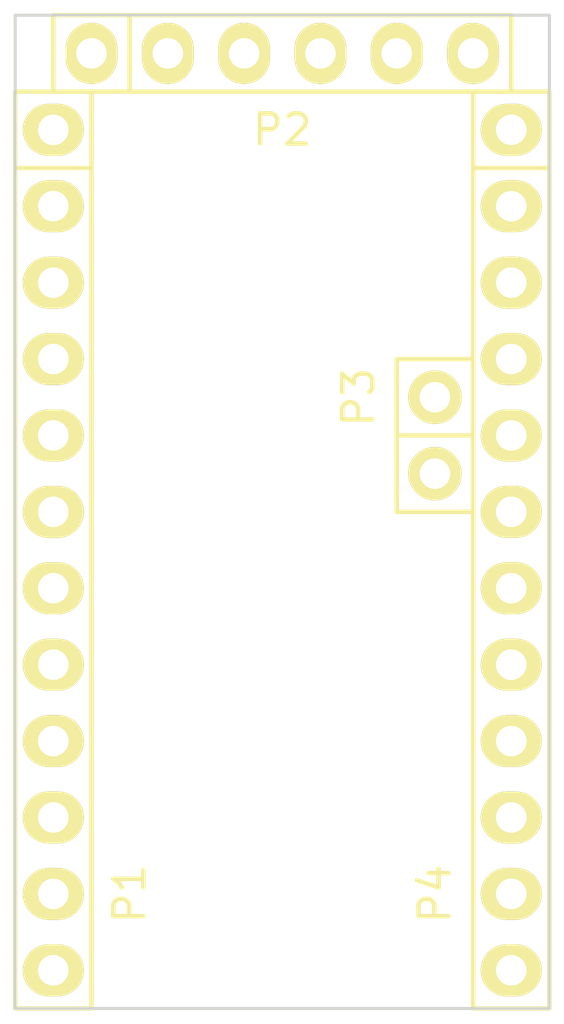
<source format=kicad_pcb>
(kicad_pcb (version 4) (host pcbnew "(2015-03-25 BZR 5536)-product")

  (general
    (links 7)
    (no_connects 7)
    (area 136.454999 80.574999 155.645001 115.015001)
    (thickness 1.6)
    (drawings 10)
    (tracks 0)
    (zones 0)
    (modules 4)
    (nets 26)
  )

  (page A4)
  (title_block
    (date "sam. 04 avril 2015")
  )

  (layers
    (0 F.Cu signal)
    (31 B.Cu signal)
    (32 B.Adhes user)
    (33 F.Adhes user)
    (34 B.Paste user)
    (35 F.Paste user)
    (36 B.SilkS user)
    (37 F.SilkS user)
    (38 B.Mask user)
    (39 F.Mask user)
    (40 Dwgs.User user)
    (41 Cmts.User user)
    (42 Eco1.User user)
    (43 Eco2.User user)
    (44 Edge.Cuts user)
    (45 Margin user)
    (46 B.CrtYd user)
    (47 F.CrtYd user)
    (48 B.Fab user)
    (49 F.Fab user)
  )

  (setup
    (last_trace_width 0.25)
    (trace_clearance 0.2)
    (zone_clearance 0.508)
    (zone_45_only no)
    (trace_min 0.2)
    (segment_width 0.15)
    (edge_width 0.1)
    (via_size 0.6)
    (via_drill 0.4)
    (via_min_size 0.4)
    (via_min_drill 0.3)
    (uvia_size 0.3)
    (uvia_drill 0.1)
    (uvias_allowed no)
    (uvia_min_size 0.2)
    (uvia_min_drill 0.1)
    (pcb_text_width 0.3)
    (pcb_text_size 1.5 1.5)
    (mod_edge_width 0.15)
    (mod_text_size 1 1)
    (mod_text_width 0.15)
    (pad_size 1.5 1.5)
    (pad_drill 0.6)
    (pad_to_mask_clearance 0)
    (aux_axis_origin 137.16 114.3)
    (visible_elements FFFFFF7F)
    (pcbplotparams
      (layerselection 0x00030_80000001)
      (usegerberextensions false)
      (excludeedgelayer true)
      (linewidth 0.100000)
      (plotframeref false)
      (viasonmask false)
      (mode 1)
      (useauxorigin false)
      (hpglpennumber 1)
      (hpglpenspeed 20)
      (hpglpendiameter 15)
      (hpglpenoverlay 2)
      (psnegative false)
      (psa4output false)
      (plotreference true)
      (plotvalue true)
      (plotinvisibletext false)
      (padsonsilk false)
      (subtractmaskfromsilk false)
      (outputformat 1)
      (mirror false)
      (drillshape 1)
      (scaleselection 1)
      (outputdirectory ""))
  )

  (net 0 "")
  (net 1 "/1(Tx)")
  (net 2 "/0(Rx)")
  (net 3 /Reset)
  (net 4 GND)
  (net 5 /2)
  (net 6 "/3(**)")
  (net 7 /4)
  (net 8 "/5(**)")
  (net 9 "/6(**)")
  (net 10 /7)
  (net 11 /8)
  (net 12 "/9(**)")
  (net 13 /DTR)
  (net 14 VCC)
  (net 15 /A5)
  (net 16 /A4)
  (net 17 /RAW)
  (net 18 /A3)
  (net 19 /A2)
  (net 20 /A1)
  (net 21 /A0)
  (net 22 "/13(SCK)")
  (net 23 "/12(MISO)")
  (net 24 "/11(**/MOSI)")
  (net 25 "/10(**/SS)")

  (net_class Default "This is the default net class."
    (clearance 0.2)
    (trace_width 0.25)
    (via_dia 0.6)
    (via_drill 0.4)
    (uvia_dia 0.3)
    (uvia_drill 0.1)
    (add_net "/0(Rx)")
    (add_net "/1(Tx)")
    (add_net "/10(**/SS)")
    (add_net "/11(**/MOSI)")
    (add_net "/12(MISO)")
    (add_net "/13(SCK)")
    (add_net /2)
    (add_net "/3(**)")
    (add_net /4)
    (add_net "/5(**)")
    (add_net "/6(**)")
    (add_net /7)
    (add_net /8)
    (add_net "/9(**)")
    (add_net /A0)
    (add_net /A1)
    (add_net /A2)
    (add_net /A3)
    (add_net /A4)
    (add_net /A5)
    (add_net /DTR)
    (add_net /RAW)
    (add_net /Reset)
    (add_net GND)
    (add_net VCC)
  )

  (module Socket_Arduino_Mini_Pro:Socket_Strip_Arduino_1x06 (layer F.Cu) (tedit 55201B7D) (tstamp 55201A6F)
    (at 139.7 82.55)
    (descr "Through hole socket strip")
    (tags "socket strip")
    (path /55201543)
    (fp_text reference P2 (at 6.35 2.54) (layer F.SilkS)
      (effects (font (size 1 1) (thickness 0.15)))
    )
    (fp_text value COM (at 6.35 3.81) (layer F.Fab)
      (effects (font (size 1 1) (thickness 0.15)))
    )
    (fp_line (start 1.27 -1.27) (end -1.27 -1.27) (layer F.SilkS) (width 0.15))
    (fp_line (start -1.27 -1.27) (end -1.27 1.27) (layer F.SilkS) (width 0.15))
    (fp_line (start -1.27 1.27) (end 1.27 1.27) (layer F.SilkS) (width 0.15))
    (fp_line (start -1.75 -1.75) (end -1.75 1.75) (layer F.CrtYd) (width 0.05))
    (fp_line (start 14.45 -1.75) (end 14.45 1.75) (layer F.CrtYd) (width 0.05))
    (fp_line (start -1.75 -1.75) (end 14.45 -1.75) (layer F.CrtYd) (width 0.05))
    (fp_line (start -1.75 1.75) (end 14.45 1.75) (layer F.CrtYd) (width 0.05))
    (fp_line (start 1.27 1.27) (end 13.97 1.27) (layer F.SilkS) (width 0.15))
    (fp_line (start 13.97 1.27) (end 13.97 -1.27) (layer F.SilkS) (width 0.15))
    (fp_line (start 13.97 -1.27) (end 1.27 -1.27) (layer F.SilkS) (width 0.15))
    (fp_line (start 1.27 1.27) (end 1.27 -1.27) (layer F.SilkS) (width 0.15))
    (pad 1 thru_hole oval (at 0 0) (size 1.7272 2.032) (drill 1.016) (layers *.Cu *.Mask F.SilkS)
      (net 13 /DTR))
    (pad 2 thru_hole oval (at 2.54 0) (size 1.7272 2.032) (drill 1.016) (layers *.Cu *.Mask F.SilkS)
      (net 1 "/1(Tx)"))
    (pad 3 thru_hole oval (at 5.08 0) (size 1.7272 2.032) (drill 1.016) (layers *.Cu *.Mask F.SilkS)
      (net 2 "/0(Rx)"))
    (pad 4 thru_hole oval (at 7.62 0) (size 1.7272 2.032) (drill 1.016) (layers *.Cu *.Mask F.SilkS)
      (net 14 VCC))
    (pad 5 thru_hole oval (at 10.16 0) (size 1.7272 2.032) (drill 1.016) (layers *.Cu *.Mask F.SilkS)
      (net 4 GND))
    (pad 6 thru_hole oval (at 12.7 0) (size 1.7272 2.032) (drill 1.016) (layers *.Cu *.Mask F.SilkS)
      (net 4 GND))
    (model Socket_Strips.3dshapes/Socket_Strip_Straight_1x06.wrl
      (at (xyz 0.25 0 0))
      (scale (xyz 1 1 1))
      (rotate (xyz 0 0 180))
    )
  )

  (module Socket_Arduino_Mini_Pro:Socket_Strip_Arduino_1x02 (layer F.Cu) (tedit 55201B86) (tstamp 55201A80)
    (at 151.13 93.98 270)
    (descr "Through hole socket strip")
    (tags "socket strip")
    (path /55201A4F)
    (fp_text reference P3 (at 0 2.54 270) (layer F.SilkS)
      (effects (font (size 1 1) (thickness 0.15)))
    )
    (fp_text value ADC (at 2.54 2.54 270) (layer F.Fab)
      (effects (font (size 1 1) (thickness 0.15)))
    )
    (fp_line (start 1.27 -1.27) (end -1.27 -1.27) (layer F.SilkS) (width 0.15))
    (fp_line (start -1.27 -1.27) (end -1.27 1.27) (layer F.SilkS) (width 0.15))
    (fp_line (start -1.27 1.27) (end 1.27 1.27) (layer F.SilkS) (width 0.15))
    (fp_line (start 3.81 1.27) (end 1.27 1.27) (layer F.SilkS) (width 0.15))
    (fp_line (start -1.75 -1.75) (end -1.75 1.75) (layer F.CrtYd) (width 0.05))
    (fp_line (start 4.3 -1.75) (end 4.3 1.75) (layer F.CrtYd) (width 0.05))
    (fp_line (start -1.75 -1.75) (end 4.3 -1.75) (layer F.CrtYd) (width 0.05))
    (fp_line (start -1.75 1.75) (end 4.3 1.75) (layer F.CrtYd) (width 0.05))
    (fp_line (start 1.27 1.27) (end 1.27 -1.27) (layer F.SilkS) (width 0.15))
    (fp_line (start 1.27 -1.27) (end 3.81 -1.27) (layer F.SilkS) (width 0.15))
    (fp_line (start 3.81 -1.27) (end 3.81 1.27) (layer F.SilkS) (width 0.15))
    (pad 1 thru_hole circle (at 0 0 270) (size 1.778 1.778) (drill 1.016) (layers *.Cu *.Mask F.SilkS)
      (net 15 /A5))
    (pad 2 thru_hole circle (at 2.54 0 270) (size 1.778 1.778) (drill 1.016) (layers *.Cu *.Mask F.SilkS)
      (net 16 /A4))
  )

  (module Socket_Arduino_Mini_Pro:Socket_Strip_Arduino_1x12 (layer F.Cu) (tedit 55201BA8) (tstamp 55201CA2)
    (at 138.43 85.09 270)
    (descr "Through hole socket strip")
    (tags "socket strip")
    (path /552014A1)
    (fp_text reference P1 (at 25.4 -2.54 270) (layer F.SilkS)
      (effects (font (size 1 1) (thickness 0.15)))
    )
    (fp_text value Digital (at 25.4 -3.81 270) (layer F.Fab)
      (effects (font (size 1 1) (thickness 0.15)))
    )
    (fp_line (start 1.27 -1.27) (end -1.27 -1.27) (layer F.SilkS) (width 0.15))
    (fp_line (start -1.27 -1.27) (end -1.27 1.27) (layer F.SilkS) (width 0.15))
    (fp_line (start -1.27 1.27) (end 1.27 1.27) (layer F.SilkS) (width 0.15))
    (fp_line (start -1.75 -1.75) (end -1.75 1.75) (layer F.CrtYd) (width 0.05))
    (fp_line (start 29.7 -1.75) (end 29.7 1.75) (layer F.CrtYd) (width 0.05))
    (fp_line (start -1.75 -1.75) (end 29.7 -1.75) (layer F.CrtYd) (width 0.05))
    (fp_line (start -1.75 1.75) (end 29.7 1.75) (layer F.CrtYd) (width 0.05))
    (fp_line (start 1.27 1.27) (end 29.21 1.27) (layer F.SilkS) (width 0.15))
    (fp_line (start 29.21 1.27) (end 29.21 -1.27) (layer F.SilkS) (width 0.15))
    (fp_line (start 29.21 -1.27) (end 1.27 -1.27) (layer F.SilkS) (width 0.15))
    (fp_line (start 1.27 1.27) (end 1.27 -1.27) (layer F.SilkS) (width 0.15))
    (pad 1 thru_hole oval (at 0 0 270) (size 1.7272 2.032) (drill 1.016) (layers *.Cu *.Mask F.SilkS)
      (net 1 "/1(Tx)"))
    (pad 2 thru_hole oval (at 2.54 0 270) (size 1.7272 2.032) (drill 1.016) (layers *.Cu *.Mask F.SilkS)
      (net 2 "/0(Rx)"))
    (pad 3 thru_hole oval (at 5.08 0 270) (size 1.7272 2.032) (drill 1.016) (layers *.Cu *.Mask F.SilkS)
      (net 3 /Reset))
    (pad 4 thru_hole oval (at 7.62 0 270) (size 1.7272 2.032) (drill 1.016) (layers *.Cu *.Mask F.SilkS)
      (net 4 GND))
    (pad 5 thru_hole oval (at 10.16 0 270) (size 1.7272 2.032) (drill 1.016) (layers *.Cu *.Mask F.SilkS)
      (net 5 /2))
    (pad 6 thru_hole oval (at 12.7 0 270) (size 1.7272 2.032) (drill 1.016) (layers *.Cu *.Mask F.SilkS)
      (net 6 "/3(**)"))
    (pad 7 thru_hole oval (at 15.24 0 270) (size 1.7272 2.032) (drill 1.016) (layers *.Cu *.Mask F.SilkS)
      (net 7 /4))
    (pad 8 thru_hole oval (at 17.78 0 270) (size 1.7272 2.032) (drill 1.016) (layers *.Cu *.Mask F.SilkS)
      (net 8 "/5(**)"))
    (pad 9 thru_hole oval (at 20.32 0 270) (size 1.7272 2.032) (drill 1.016) (layers *.Cu *.Mask F.SilkS)
      (net 9 "/6(**)"))
    (pad 10 thru_hole oval (at 22.86 0 270) (size 1.7272 2.032) (drill 1.016) (layers *.Cu *.Mask F.SilkS)
      (net 10 /7))
    (pad 11 thru_hole oval (at 25.4 0 270) (size 1.7272 2.032) (drill 1.016) (layers *.Cu *.Mask F.SilkS)
      (net 11 /8))
    (pad 12 thru_hole oval (at 27.94 0 270) (size 1.7272 2.032) (drill 1.016) (layers *.Cu *.Mask F.SilkS)
      (net 12 "/9(**)"))
    (model ${KIPRJMOD}/Socket_Arduino_Mini_Pro.3dshapes/Socket_header_Arduino_1x12.wrl
      (at (xyz 0.55 0 0))
      (scale (xyz 1 1 1))
      (rotate (xyz 0 0 180))
    )
  )

  (module Socket_Arduino_Mini_Pro:Socket_Strip_Arduino_1x12 (layer F.Cu) (tedit 55201BA3) (tstamp 55201CBD)
    (at 153.67 85.09 270)
    (descr "Through hole socket strip")
    (tags "socket strip")
    (path /552014EF)
    (fp_text reference P4 (at 25.4 2.54 270) (layer F.SilkS)
      (effects (font (size 1 1) (thickness 0.15)))
    )
    (fp_text value Analog (at 25.4 3.81 270) (layer F.Fab)
      (effects (font (size 1 1) (thickness 0.15)))
    )
    (fp_line (start 1.27 -1.27) (end -1.27 -1.27) (layer F.SilkS) (width 0.15))
    (fp_line (start -1.27 -1.27) (end -1.27 1.27) (layer F.SilkS) (width 0.15))
    (fp_line (start -1.27 1.27) (end 1.27 1.27) (layer F.SilkS) (width 0.15))
    (fp_line (start -1.75 -1.75) (end -1.75 1.75) (layer F.CrtYd) (width 0.05))
    (fp_line (start 29.7 -1.75) (end 29.7 1.75) (layer F.CrtYd) (width 0.05))
    (fp_line (start -1.75 -1.75) (end 29.7 -1.75) (layer F.CrtYd) (width 0.05))
    (fp_line (start -1.75 1.75) (end 29.7 1.75) (layer F.CrtYd) (width 0.05))
    (fp_line (start 1.27 1.27) (end 29.21 1.27) (layer F.SilkS) (width 0.15))
    (fp_line (start 29.21 1.27) (end 29.21 -1.27) (layer F.SilkS) (width 0.15))
    (fp_line (start 29.21 -1.27) (end 1.27 -1.27) (layer F.SilkS) (width 0.15))
    (fp_line (start 1.27 1.27) (end 1.27 -1.27) (layer F.SilkS) (width 0.15))
    (pad 1 thru_hole oval (at 0 0 270) (size 1.7272 2.032) (drill 1.016) (layers *.Cu *.Mask F.SilkS)
      (net 17 /RAW))
    (pad 2 thru_hole oval (at 2.54 0 270) (size 1.7272 2.032) (drill 1.016) (layers *.Cu *.Mask F.SilkS)
      (net 4 GND))
    (pad 3 thru_hole oval (at 5.08 0 270) (size 1.7272 2.032) (drill 1.016) (layers *.Cu *.Mask F.SilkS)
      (net 3 /Reset))
    (pad 4 thru_hole oval (at 7.62 0 270) (size 1.7272 2.032) (drill 1.016) (layers *.Cu *.Mask F.SilkS)
      (net 14 VCC))
    (pad 5 thru_hole oval (at 10.16 0 270) (size 1.7272 2.032) (drill 1.016) (layers *.Cu *.Mask F.SilkS)
      (net 18 /A3))
    (pad 6 thru_hole oval (at 12.7 0 270) (size 1.7272 2.032) (drill 1.016) (layers *.Cu *.Mask F.SilkS)
      (net 19 /A2))
    (pad 7 thru_hole oval (at 15.24 0 270) (size 1.7272 2.032) (drill 1.016) (layers *.Cu *.Mask F.SilkS)
      (net 20 /A1))
    (pad 8 thru_hole oval (at 17.78 0 270) (size 1.7272 2.032) (drill 1.016) (layers *.Cu *.Mask F.SilkS)
      (net 21 /A0))
    (pad 9 thru_hole oval (at 20.32 0 270) (size 1.7272 2.032) (drill 1.016) (layers *.Cu *.Mask F.SilkS)
      (net 22 "/13(SCK)"))
    (pad 10 thru_hole oval (at 22.86 0 270) (size 1.7272 2.032) (drill 1.016) (layers *.Cu *.Mask F.SilkS)
      (net 23 "/12(MISO)"))
    (pad 11 thru_hole oval (at 25.4 0 270) (size 1.7272 2.032) (drill 1.016) (layers *.Cu *.Mask F.SilkS)
      (net 24 "/11(**/MOSI)"))
    (pad 12 thru_hole oval (at 27.94 0 270) (size 1.7272 2.032) (drill 1.016) (layers *.Cu *.Mask F.SilkS)
      (net 25 "/10(**/SS)"))
    (model ${KIPRJMOD}/Socket_Arduino_Mini_Pro.3dshapes/Socket_header_Arduino_1x12.wrl
      (at (xyz 0.55 0 0))
      (scale (xyz 1 1 1))
      (rotate (xyz 0 0 180))
    )
  )

  (gr_line (start 143.51 113.03) (end 143.51 107.95) (angle 90) (layer Dwgs.User) (width 0.15))
  (gr_line (start 148.59 113.03) (end 143.51 113.03) (angle 90) (layer Dwgs.User) (width 0.15))
  (gr_line (start 148.59 107.95) (end 148.59 113.03) (angle 90) (layer Dwgs.User) (width 0.15))
  (gr_line (start 143.51 107.95) (end 148.59 107.95) (angle 90) (layer Dwgs.User) (width 0.15))
  (gr_circle (center 146.05 110.49) (end 144.78 110.49) (layer Dwgs.User) (width 0.15))
  (gr_line (start 139.7 114.3) (end 137.16 114.3) (angle 90) (layer Dwgs.User) (width 0.2))
  (gr_line (start 154.94 114.3) (end 137.16 114.3) (angle 90) (layer Edge.Cuts) (width 0.1))
  (gr_line (start 154.94 81.28) (end 154.94 114.3) (angle 90) (layer Edge.Cuts) (width 0.1))
  (gr_line (start 137.16 81.28) (end 154.94 81.28) (angle 90) (layer Edge.Cuts) (width 0.1))
  (gr_line (start 137.16 114.3) (end 137.16 81.28) (angle 90) (layer Edge.Cuts) (width 0.1))

)

</source>
